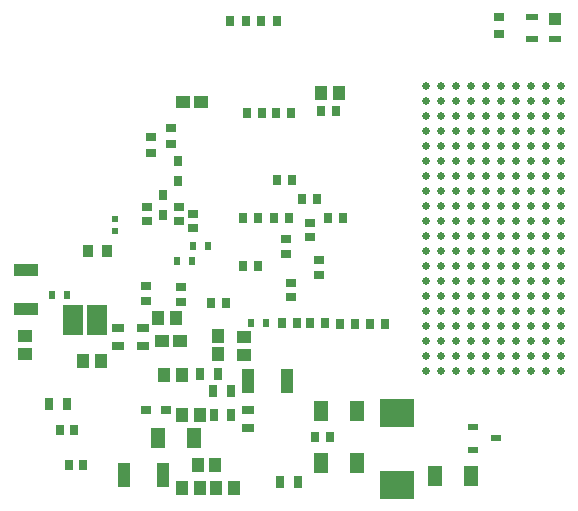
<source format=gbp>
G04*
G04 #@! TF.GenerationSoftware,Altium Limited,Altium Designer,25.6.2 (33)*
G04*
G04 Layer_Color=128*
%FSLAX25Y25*%
%MOIN*%
G70*
G04*
G04 #@! TF.SameCoordinates,D3077B53-F130-49B9-AE0B-FC42BD5CCE1B*
G04*
G04*
G04 #@! TF.FilePolarity,Positive*
G04*
G01*
G75*
%ADD18R,0.03543X0.03150*%
%ADD19R,0.03543X0.03150*%
%ADD23R,0.03197X0.02593*%
%ADD24R,0.02593X0.03197*%
%ADD26R,0.03543X0.03937*%
%ADD30R,0.05118X0.03937*%
%ADD31R,0.04331X0.08071*%
%ADD32R,0.08071X0.04331*%
%ADD33R,0.02953X0.03347*%
%ADD34R,0.03937X0.05118*%
%ADD35R,0.03347X0.02953*%
%ADD36R,0.03150X0.03937*%
%ADD38R,0.05142X0.04166*%
%ADD39R,0.02362X0.03150*%
%ADD73C,0.02520*%
%ADD74R,0.03937X0.03937*%
%ADD75R,0.02953X0.03543*%
%ADD76R,0.03150X0.03543*%
%ADD77R,0.03740X0.02205*%
%ADD78R,0.06704X0.10261*%
%ADD79R,0.11417X0.09449*%
%ADD80R,0.03937X0.02362*%
%ADD81R,0.04921X0.07087*%
%ADD82R,0.04166X0.05142*%
%ADD83R,0.03937X0.03150*%
%ADD84R,0.02362X0.01968*%
D18*
X166546Y130900D02*
D03*
X159853D02*
D03*
D19*
X277300Y256147D02*
D03*
Y262053D02*
D03*
D23*
X161285Y221822D02*
D03*
X168191Y219545D02*
D03*
X161285Y216493D02*
D03*
X168191Y224874D02*
D03*
D24*
X198136Y260700D02*
D03*
X193064D02*
D03*
X203464D02*
D03*
X187736D02*
D03*
D26*
X140522Y183951D02*
D03*
X146821D02*
D03*
D30*
X192300Y155153D02*
D03*
X119300Y149747D02*
D03*
Y155653D02*
D03*
X192300Y149247D02*
D03*
D31*
X152304Y109265D02*
D03*
X206696Y140500D02*
D03*
X165296Y109265D02*
D03*
X193704Y140500D02*
D03*
D32*
X119700Y177696D02*
D03*
Y164704D02*
D03*
D33*
X203500Y207500D02*
D03*
X224539Y159500D02*
D03*
X234539D02*
D03*
X207311Y195000D02*
D03*
X211839Y201299D02*
D03*
X222961Y230500D02*
D03*
X209961Y160000D02*
D03*
X192039Y179000D02*
D03*
X181539Y166500D02*
D03*
X192039Y195000D02*
D03*
X198461Y230000D02*
D03*
X225461Y195000D02*
D03*
X203039Y230000D02*
D03*
X219461Y160000D02*
D03*
X196961Y195000D02*
D03*
X202390D02*
D03*
X218039Y230500D02*
D03*
X193539Y230000D02*
D03*
X216760Y201299D02*
D03*
X229461Y159500D02*
D03*
X239461D02*
D03*
X205039Y160000D02*
D03*
X196961Y179000D02*
D03*
X186461Y166500D02*
D03*
X207961Y230000D02*
D03*
X220539Y195000D02*
D03*
X214539Y160000D02*
D03*
X208421Y207500D02*
D03*
D34*
X223953Y236500D02*
D03*
X183147Y105000D02*
D03*
X176916Y112700D02*
D03*
X177653Y105000D02*
D03*
X171747Y129200D02*
D03*
X165747Y142800D02*
D03*
X169753Y161500D02*
D03*
X138732Y147453D02*
D03*
X171747Y105000D02*
D03*
X177653Y129200D02*
D03*
X218047Y236500D02*
D03*
X163847Y161500D02*
D03*
X144638Y147453D02*
D03*
X189053Y105000D02*
D03*
X182821Y112700D02*
D03*
X171653Y142800D02*
D03*
D35*
X159809Y167305D02*
D03*
X171239Y167071D02*
D03*
X206500Y187961D02*
D03*
X208000Y168539D02*
D03*
X217500Y176039D02*
D03*
X170759Y193826D02*
D03*
X160236Y193839D02*
D03*
X175500Y191539D02*
D03*
X214500Y193461D02*
D03*
Y188539D02*
D03*
X170759Y198747D02*
D03*
X160236Y198760D02*
D03*
X159809Y172226D02*
D03*
X171239Y171993D02*
D03*
X175500Y196461D02*
D03*
X217500Y180961D02*
D03*
X208000Y173461D02*
D03*
X206500Y183039D02*
D03*
D36*
X210441Y107100D02*
D03*
X182247Y129200D02*
D03*
X182147Y137200D02*
D03*
X127447Y133000D02*
D03*
X177847Y142900D02*
D03*
X204535Y107100D02*
D03*
X188153Y129200D02*
D03*
X188053Y137200D02*
D03*
X183753Y142900D02*
D03*
X133353Y133000D02*
D03*
D38*
X171952Y233506D02*
D03*
X171155Y154000D02*
D03*
X178063Y233506D02*
D03*
X165045Y154000D02*
D03*
D39*
X128441Y169300D02*
D03*
X133559D02*
D03*
X175126Y180551D02*
D03*
X180401Y185551D02*
D03*
X199859Y160000D02*
D03*
X194741D02*
D03*
X175283Y185551D02*
D03*
X170008Y180551D02*
D03*
D73*
X268000Y149000D02*
D03*
X258000D02*
D03*
X263000D02*
D03*
X253000D02*
D03*
X283000D02*
D03*
X273000D02*
D03*
X278000D02*
D03*
X288000D02*
D03*
X298000D02*
D03*
X293000D02*
D03*
X288000Y239000D02*
D03*
X298000Y234000D02*
D03*
X283000Y239000D02*
D03*
X253000Y154000D02*
D03*
X263000D02*
D03*
X258000D02*
D03*
X273000D02*
D03*
X268000D02*
D03*
X283000D02*
D03*
X278000D02*
D03*
X293000D02*
D03*
X288000D02*
D03*
X253000Y159000D02*
D03*
X298000Y154000D02*
D03*
X263000Y159000D02*
D03*
X258000D02*
D03*
X273000D02*
D03*
X268000D02*
D03*
X283000D02*
D03*
X278000D02*
D03*
X288000D02*
D03*
X293000D02*
D03*
X253000Y164000D02*
D03*
X298000Y159000D02*
D03*
X263000Y164000D02*
D03*
X258000D02*
D03*
X273000D02*
D03*
X268000D02*
D03*
X278000D02*
D03*
X288000D02*
D03*
X283000D02*
D03*
X298000D02*
D03*
X293000D02*
D03*
X258000Y169000D02*
D03*
X253000D02*
D03*
X268000D02*
D03*
X263000D02*
D03*
X278000D02*
D03*
X273000D02*
D03*
X288000D02*
D03*
X283000D02*
D03*
X293000D02*
D03*
X298000D02*
D03*
X258000Y174000D02*
D03*
X253000D02*
D03*
X268000D02*
D03*
X263000D02*
D03*
X278000D02*
D03*
X273000D02*
D03*
X288000D02*
D03*
X283000D02*
D03*
X293000D02*
D03*
X298000D02*
D03*
X258000Y179000D02*
D03*
X253000D02*
D03*
X268000D02*
D03*
X263000D02*
D03*
X278000D02*
D03*
X273000D02*
D03*
X288000D02*
D03*
X283000D02*
D03*
X298000D02*
D03*
X293000D02*
D03*
X258000Y184000D02*
D03*
X253000D02*
D03*
X268000D02*
D03*
X263000D02*
D03*
X278000D02*
D03*
X273000D02*
D03*
X288000D02*
D03*
X283000D02*
D03*
X298000D02*
D03*
X293000D02*
D03*
X258000Y189000D02*
D03*
X253000D02*
D03*
X263000D02*
D03*
Y214000D02*
D03*
X268000Y189000D02*
D03*
X278000D02*
D03*
X273000D02*
D03*
X288000D02*
D03*
X283000D02*
D03*
X298000D02*
D03*
X293000D02*
D03*
X258000Y194000D02*
D03*
X253000D02*
D03*
X268000D02*
D03*
X263000D02*
D03*
X278000D02*
D03*
X273000D02*
D03*
X288000D02*
D03*
X283000D02*
D03*
X298000D02*
D03*
X293000D02*
D03*
X258000Y199000D02*
D03*
X253000D02*
D03*
X268000D02*
D03*
X263000D02*
D03*
X278000D02*
D03*
X273000D02*
D03*
X288000D02*
D03*
X283000D02*
D03*
X298000D02*
D03*
X293000D02*
D03*
X258000Y204000D02*
D03*
X253000D02*
D03*
X268000D02*
D03*
X263000D02*
D03*
X278000D02*
D03*
X273000D02*
D03*
X288000D02*
D03*
X283000D02*
D03*
X298000D02*
D03*
X293000D02*
D03*
X258000Y209000D02*
D03*
X253000D02*
D03*
X268000D02*
D03*
X263000D02*
D03*
X278000D02*
D03*
X273000D02*
D03*
X288000D02*
D03*
X283000D02*
D03*
X298000D02*
D03*
X293000D02*
D03*
X258000Y214000D02*
D03*
X253000D02*
D03*
X293000Y239000D02*
D03*
X298000D02*
D03*
X263000D02*
D03*
X253000D02*
D03*
X258000D02*
D03*
X268000D02*
D03*
X293000Y234000D02*
D03*
X288000D02*
D03*
X278000D02*
D03*
X273000D02*
D03*
X268000D02*
D03*
X263000D02*
D03*
X258000D02*
D03*
X253000D02*
D03*
X278000Y219000D02*
D03*
X273000Y214000D02*
D03*
Y219000D02*
D03*
Y224000D02*
D03*
Y229000D02*
D03*
X278000Y224000D02*
D03*
X263000Y219000D02*
D03*
X268000Y214000D02*
D03*
Y219000D02*
D03*
Y224000D02*
D03*
Y229000D02*
D03*
X263000Y224000D02*
D03*
X298000Y214000D02*
D03*
X288000Y224000D02*
D03*
Y214000D02*
D03*
Y229000D02*
D03*
X293000Y214000D02*
D03*
Y219000D02*
D03*
Y224000D02*
D03*
Y229000D02*
D03*
X288000Y219000D02*
D03*
X298000D02*
D03*
Y224000D02*
D03*
Y229000D02*
D03*
X278000Y214000D02*
D03*
X283000D02*
D03*
Y219000D02*
D03*
Y224000D02*
D03*
Y229000D02*
D03*
Y234000D02*
D03*
X263000Y229000D02*
D03*
X278000D02*
D03*
X253000Y219000D02*
D03*
X258000D02*
D03*
X253000Y224000D02*
D03*
X258000D02*
D03*
X253000Y229000D02*
D03*
X258000D02*
D03*
X273000Y144000D02*
D03*
X268000D02*
D03*
X263000D02*
D03*
X258000D02*
D03*
X253000D02*
D03*
X278000D02*
D03*
X283000D02*
D03*
X288000D02*
D03*
X298000D02*
D03*
X293000D02*
D03*
X278000Y239000D02*
D03*
X273000D02*
D03*
D74*
X296237Y261253D02*
D03*
D75*
X131171Y124216D02*
D03*
X134038Y112500D02*
D03*
X220962Y121900D02*
D03*
X138762Y112500D02*
D03*
X135895Y124216D02*
D03*
X216238Y121900D02*
D03*
D76*
X165472Y195884D02*
D03*
X170414Y214094D02*
D03*
Y207402D02*
D03*
X165472Y202577D02*
D03*
D77*
X268761Y125240D02*
D03*
Y117760D02*
D03*
X276439Y121500D02*
D03*
D78*
X135264Y161000D02*
D03*
X143536D02*
D03*
D79*
X243300Y130108D02*
D03*
Y106092D02*
D03*
D80*
X288363Y254560D02*
D03*
X296237D02*
D03*
X288363Y262040D02*
D03*
D81*
X175636Y121600D02*
D03*
X256096Y108900D02*
D03*
X230004Y130500D02*
D03*
X230104Y113300D02*
D03*
X268104Y108900D02*
D03*
X217996Y130500D02*
D03*
X163628Y121600D02*
D03*
X218096Y113300D02*
D03*
D82*
X183600Y155655D02*
D03*
Y149545D02*
D03*
D83*
X158834Y158210D02*
D03*
X150566D02*
D03*
X193750Y130953D02*
D03*
X150566Y152305D02*
D03*
X158834D02*
D03*
X193750Y125047D02*
D03*
D84*
X149400Y194668D02*
D03*
Y190732D02*
D03*
M02*

</source>
